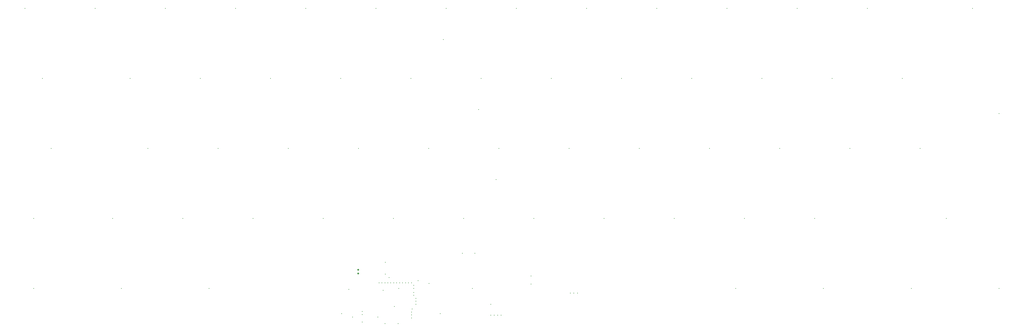
<source format=gbr>
%TF.GenerationSoftware,KiCad,Pcbnew,8.0.3*%
%TF.CreationDate,2024-10-19T17:43:03+08:00*%
%TF.ProjectId,PH60_Rev1,50483630-5f52-4657-9631-2e6b69636164,rev?*%
%TF.SameCoordinates,Original*%
%TF.FileFunction,Plated,1,4,PTH,Drill*%
%TF.FilePolarity,Positive*%
%FSLAX46Y46*%
G04 Gerber Fmt 4.6, Leading zero omitted, Abs format (unit mm)*
G04 Created by KiCad (PCBNEW 8.0.3) date 2024-10-19 17:43:03*
%MOMM*%
%LPD*%
G01*
G04 APERTURE LIST*
%TA.AperFunction,ViaDrill*%
%ADD10C,0.300000*%
%TD*%
%TA.AperFunction,ComponentDrill*%
%ADD11C,0.500000*%
%TD*%
G04 APERTURE END LIST*
D10*
X43950000Y-34975000D03*
X46325000Y-92125000D03*
X46325000Y-111175000D03*
X48725000Y-54025000D03*
X51100000Y-73075000D03*
X63000000Y-34975000D03*
X67775000Y-92125000D03*
X70150000Y-111175000D03*
X72525000Y-54025000D03*
X77300000Y-73075000D03*
X82050000Y-34975000D03*
X86825000Y-92125000D03*
X91575000Y-54025000D03*
X93950000Y-111175000D03*
X96350000Y-73075000D03*
X101100000Y-34975000D03*
X105875000Y-92125000D03*
X110625000Y-54025000D03*
X115400000Y-73075000D03*
X120150000Y-34975000D03*
X124925000Y-92125000D03*
X129675000Y-54025000D03*
X129875000Y-118025000D03*
X131825000Y-111425000D03*
X132825000Y-118975000D03*
X134450000Y-73075000D03*
X135475000Y-117475000D03*
X135475000Y-118275003D03*
X135475000Y-120325000D03*
X139200000Y-34975000D03*
X139675000Y-118975000D03*
X140024985Y-109625000D03*
X140824988Y-109625000D03*
X141146700Y-111653300D03*
X141624991Y-109625000D03*
X141625000Y-120725000D03*
X141775000Y-104075000D03*
X141775000Y-107275000D03*
X142424994Y-109625000D03*
X142725000Y-108225000D03*
X143224997Y-109625000D03*
X143975000Y-92125000D03*
X144025000Y-109625000D03*
X144225000Y-116125000D03*
X144825003Y-109625000D03*
X145225000Y-120725000D03*
X145425000Y-111161240D03*
X145625006Y-109625000D03*
X146425009Y-109625000D03*
X147225012Y-109625000D03*
X148025015Y-109625000D03*
X148725000Y-54025000D03*
X148825000Y-117575000D03*
X148825000Y-118375003D03*
X148825000Y-119175006D03*
X148825018Y-109625000D03*
X149010209Y-116796732D03*
X149425000Y-110325000D03*
X149425000Y-111173528D03*
X149425000Y-112274991D03*
X149425000Y-113074994D03*
X150019692Y-114659101D03*
X150032108Y-115517892D03*
X150042748Y-113859431D03*
X150675000Y-109075000D03*
X153500000Y-73075000D03*
X153598525Y-109798525D03*
X156625000Y-118025000D03*
X157525000Y-43475000D03*
X158250000Y-34975000D03*
X162675000Y-101600000D03*
X163025000Y-92125000D03*
X165400000Y-111175000D03*
X166075000Y-101575000D03*
X167025000Y-62525000D03*
X167775000Y-54025000D03*
X170325000Y-115475000D03*
X170325000Y-118425000D03*
X171275000Y-118425000D03*
X171775000Y-81575000D03*
X172225000Y-118425000D03*
X172550000Y-73075000D03*
X173175000Y-118425000D03*
X177300000Y-34975000D03*
X181325000Y-107775000D03*
X181325000Y-109975000D03*
X182075000Y-92125000D03*
X186825000Y-54025000D03*
X191600000Y-73075000D03*
X191925000Y-112425000D03*
X192925000Y-112425000D03*
X193925000Y-112425000D03*
X196375000Y-34975000D03*
X201125000Y-92125000D03*
X205875000Y-54025000D03*
X210650000Y-73075000D03*
X215425000Y-34975000D03*
X220175000Y-92125000D03*
X224925000Y-54025000D03*
X229700000Y-73075000D03*
X234450000Y-34975000D03*
X236825000Y-111175000D03*
X239225000Y-92125000D03*
X243975000Y-54025000D03*
X248750000Y-73075000D03*
X253500000Y-34975000D03*
X258275000Y-92125000D03*
X260650000Y-111175000D03*
X263025000Y-54025000D03*
X267800000Y-73075000D03*
X272550000Y-34975000D03*
X282075000Y-54025000D03*
X284475000Y-111175000D03*
X286850000Y-73075000D03*
X293975000Y-92125000D03*
X301125000Y-34975000D03*
X308275000Y-63550000D03*
X308275000Y-111175000D03*
D11*
%TO.C,J2*%
X134375000Y-106075000D03*
X134375000Y-107075000D03*
M02*

</source>
